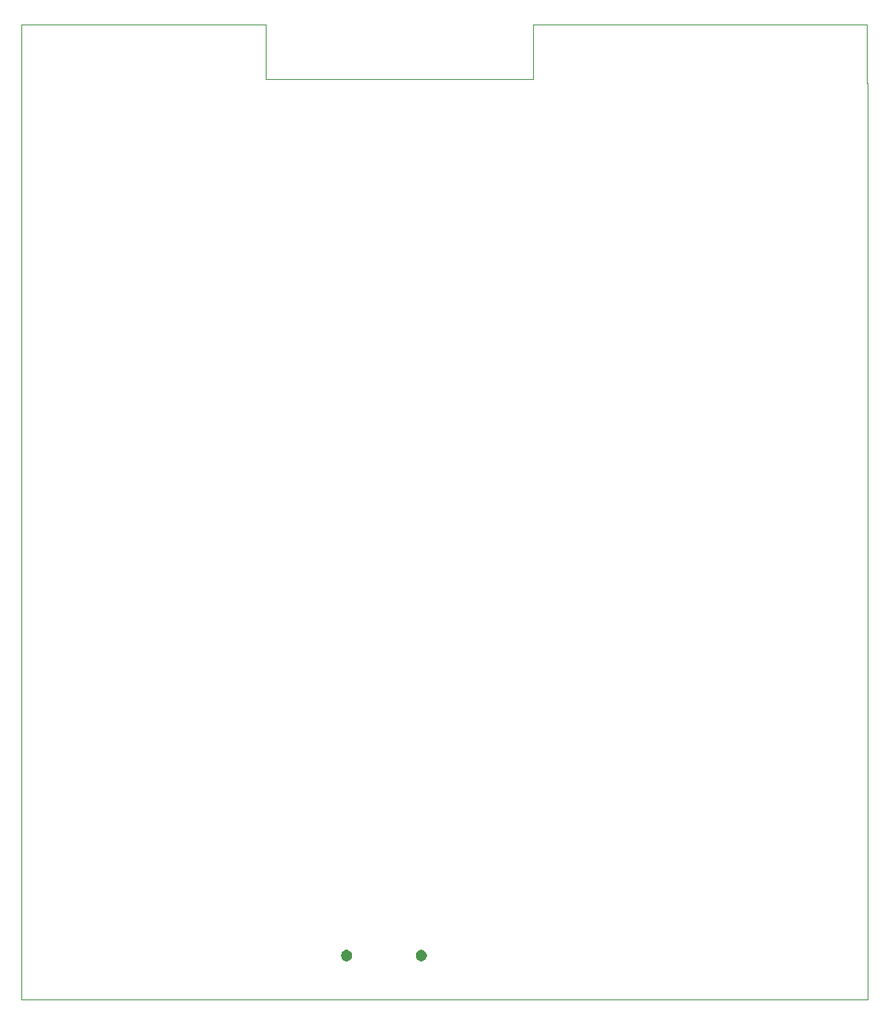
<source format=gbr>
%TF.GenerationSoftware,KiCad,Pcbnew,9.0.1*%
%TF.CreationDate,2025-06-13T06:34:05+02:00*%
%TF.ProjectId,MY-ESP32,4d592d45-5350-4333-922e-6b696361645f,1*%
%TF.SameCoordinates,Original*%
%TF.FileFunction,Profile,NP*%
%FSLAX46Y46*%
G04 Gerber Fmt 4.6, Leading zero omitted, Abs format (unit mm)*
G04 Created by KiCad (PCBNEW 9.0.1) date 2025-06-13 06:34:05*
%MOMM*%
%LPD*%
G01*
G04 APERTURE LIST*
%TA.AperFunction,Profile*%
%ADD10C,0.100000*%
%TD*%
%TA.AperFunction,Profile*%
%ADD11C,0.000000*%
%TD*%
G04 APERTURE END LIST*
D10*
X111760000Y-59001200D02*
X140335000Y-59001200D01*
X140335000Y-53167000D01*
X176117000Y-53167000D01*
X176117000Y-59385200D01*
X176123600Y-59385200D01*
X176123600Y-157403800D01*
X85598000Y-157403800D01*
X85598000Y-59390000D01*
X85598000Y-53167000D01*
X111760000Y-53167000D01*
X111760000Y-59001200D01*
D11*
%TA.AperFunction,Profile*%
%TO.C,CARD1*%
G36*
X120599610Y-152185672D02*
G01*
X120735257Y-152263988D01*
X120846012Y-152374743D01*
X120924328Y-152510390D01*
X120964867Y-152661684D01*
X120964867Y-152818316D01*
X120924328Y-152969610D01*
X120846012Y-153105257D01*
X120735257Y-153216012D01*
X120599610Y-153294328D01*
X120448316Y-153334867D01*
X120291684Y-153334867D01*
X120140390Y-153294328D01*
X120004743Y-153216012D01*
X119893988Y-153105257D01*
X119815672Y-152969610D01*
X119775133Y-152818316D01*
X119775133Y-152661684D01*
X119815672Y-152510390D01*
X119893988Y-152374743D01*
X120004743Y-152263988D01*
X120140390Y-152185672D01*
X120291684Y-152145133D01*
X120448316Y-152145133D01*
X120599610Y-152185672D01*
G37*
%TD.AperFunction*%
%TA.AperFunction,Profile*%
G36*
X128599610Y-152185672D02*
G01*
X128735257Y-152263988D01*
X128846012Y-152374743D01*
X128924328Y-152510390D01*
X128964867Y-152661684D01*
X128964867Y-152818316D01*
X128924328Y-152969610D01*
X128846012Y-153105257D01*
X128735257Y-153216012D01*
X128599610Y-153294328D01*
X128448316Y-153334867D01*
X128291684Y-153334867D01*
X128140390Y-153294328D01*
X128004743Y-153216012D01*
X127893988Y-153105257D01*
X127815672Y-152969610D01*
X127775133Y-152818316D01*
X127775133Y-152661684D01*
X127815672Y-152510390D01*
X127893988Y-152374743D01*
X128004743Y-152263988D01*
X128140390Y-152185672D01*
X128291684Y-152145133D01*
X128448316Y-152145133D01*
X128599610Y-152185672D01*
G37*
%TD.AperFunction*%
%TD*%
M02*

</source>
